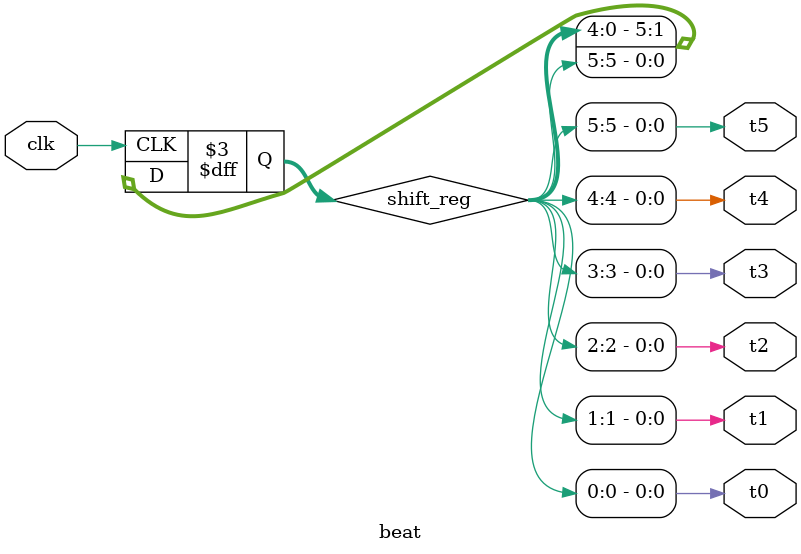
<source format=v>
`timescale 1ns / 1ps

module beat(
    input clk,      //clk _125Mhz  FPGA ×Ô´ø
    output  t0,
    output  t1,
    output  t2,
    output  t3,
    output  t4,
    output  t5 );

reg [5:0] shift_reg;
initial begin
   shift_reg = 6'b100000;
end

always @(posedge clk ) begin
    shift_reg <= {shift_reg[4:0], shift_reg[5]};
end

assign {t5,t4,t3,t2,t1,t0}=shift_reg;

endmodule  


</source>
